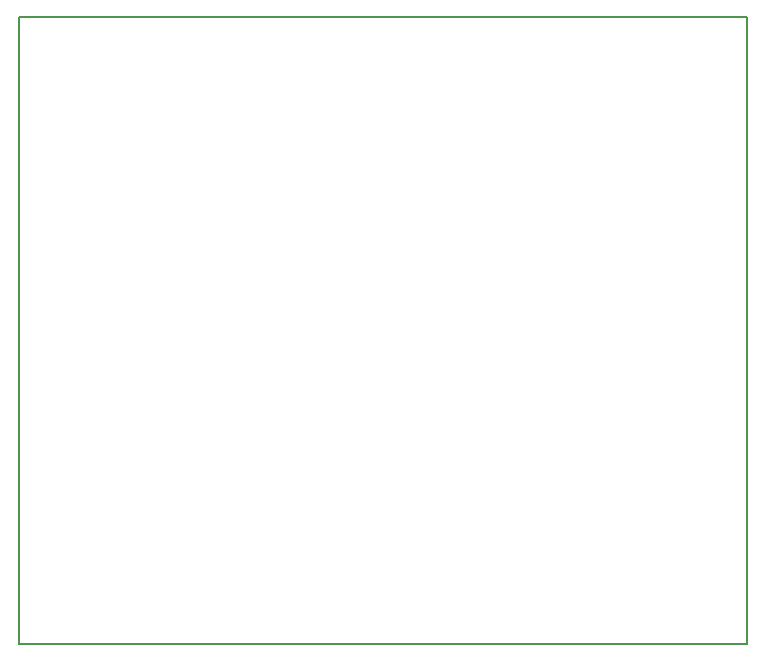
<source format=gko>
G04 Layer_Color=16711935*
%FSLAX25Y25*%
%MOIN*%
G70*
G01*
G75*
%ADD10C,0.00787*%
D10*
X0Y0D02*
X242500D01*
Y209000D01*
X0D02*
X242500D01*
X0Y0D02*
Y209000D01*
M02*

</source>
